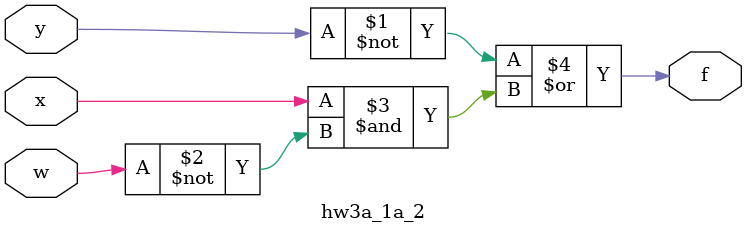
<source format=v>
`timescale 1ns / 1ps


module hw3a_1a_2(w, x, y, f);
    input w, x, y;    
    output f;
    assign f = (~y) | x & (~w);
endmodule

</source>
